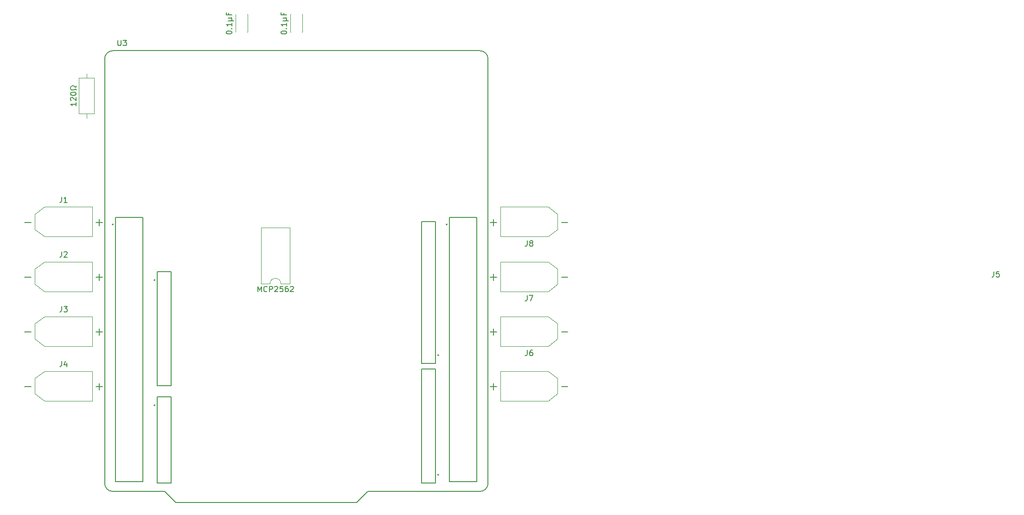
<source format=gbr>
%TF.GenerationSoftware,KiCad,Pcbnew,8.0.6-8.0.6-0~ubuntu22.04.1*%
%TF.CreationDate,2024-12-10T00:27:45+09:00*%
%TF.ProjectId,FastCANDriver,46617374-4341-44e4-9472-697665722e6b,rev?*%
%TF.SameCoordinates,Original*%
%TF.FileFunction,Legend,Top*%
%TF.FilePolarity,Positive*%
%FSLAX46Y46*%
G04 Gerber Fmt 4.6, Leading zero omitted, Abs format (unit mm)*
G04 Created by KiCad (PCBNEW 8.0.6-8.0.6-0~ubuntu22.04.1) date 2024-12-10 00:27:45*
%MOMM*%
%LPD*%
G01*
G04 APERTURE LIST*
%ADD10C,0.150000*%
%ADD11C,0.120000*%
%ADD12C,0.127000*%
%ADD13C,0.200000*%
G04 APERTURE END LIST*
D10*
X147204819Y-55464285D02*
X147204819Y-55369047D01*
X147204819Y-55369047D02*
X147252438Y-55273809D01*
X147252438Y-55273809D02*
X147300057Y-55226190D01*
X147300057Y-55226190D02*
X147395295Y-55178571D01*
X147395295Y-55178571D02*
X147585771Y-55130952D01*
X147585771Y-55130952D02*
X147823866Y-55130952D01*
X147823866Y-55130952D02*
X148014342Y-55178571D01*
X148014342Y-55178571D02*
X148109580Y-55226190D01*
X148109580Y-55226190D02*
X148157200Y-55273809D01*
X148157200Y-55273809D02*
X148204819Y-55369047D01*
X148204819Y-55369047D02*
X148204819Y-55464285D01*
X148204819Y-55464285D02*
X148157200Y-55559523D01*
X148157200Y-55559523D02*
X148109580Y-55607142D01*
X148109580Y-55607142D02*
X148014342Y-55654761D01*
X148014342Y-55654761D02*
X147823866Y-55702380D01*
X147823866Y-55702380D02*
X147585771Y-55702380D01*
X147585771Y-55702380D02*
X147395295Y-55654761D01*
X147395295Y-55654761D02*
X147300057Y-55607142D01*
X147300057Y-55607142D02*
X147252438Y-55559523D01*
X147252438Y-55559523D02*
X147204819Y-55464285D01*
X148109580Y-54702380D02*
X148157200Y-54654761D01*
X148157200Y-54654761D02*
X148204819Y-54702380D01*
X148204819Y-54702380D02*
X148157200Y-54749999D01*
X148157200Y-54749999D02*
X148109580Y-54702380D01*
X148109580Y-54702380D02*
X148204819Y-54702380D01*
X148204819Y-53702381D02*
X148204819Y-54273809D01*
X148204819Y-53988095D02*
X147204819Y-53988095D01*
X147204819Y-53988095D02*
X147347676Y-54083333D01*
X147347676Y-54083333D02*
X147442914Y-54178571D01*
X147442914Y-54178571D02*
X147490533Y-54273809D01*
X147538152Y-53273809D02*
X148538152Y-53273809D01*
X148061961Y-52797619D02*
X148157200Y-52750000D01*
X148157200Y-52750000D02*
X148204819Y-52654762D01*
X148061961Y-53273809D02*
X148157200Y-53226190D01*
X148157200Y-53226190D02*
X148204819Y-53130952D01*
X148204819Y-53130952D02*
X148204819Y-52940476D01*
X148204819Y-52940476D02*
X148157200Y-52845238D01*
X148157200Y-52845238D02*
X148061961Y-52797619D01*
X148061961Y-52797619D02*
X147538152Y-52797619D01*
X147681009Y-51892857D02*
X147681009Y-52226190D01*
X148204819Y-52226190D02*
X147204819Y-52226190D01*
X147204819Y-52226190D02*
X147204819Y-51750000D01*
X107166666Y-115454819D02*
X107166666Y-116169104D01*
X107166666Y-116169104D02*
X107119047Y-116311961D01*
X107119047Y-116311961D02*
X107023809Y-116407200D01*
X107023809Y-116407200D02*
X106880952Y-116454819D01*
X106880952Y-116454819D02*
X106785714Y-116454819D01*
X108071428Y-115788152D02*
X108071428Y-116454819D01*
X107833333Y-115407200D02*
X107595238Y-116121485D01*
X107595238Y-116121485D02*
X108214285Y-116121485D01*
X113428571Y-120114700D02*
X114571429Y-120114700D01*
X114000000Y-120686128D02*
X114000000Y-119543271D01*
X100428571Y-120114700D02*
X101571429Y-120114700D01*
X137204819Y-55464285D02*
X137204819Y-55369047D01*
X137204819Y-55369047D02*
X137252438Y-55273809D01*
X137252438Y-55273809D02*
X137300057Y-55226190D01*
X137300057Y-55226190D02*
X137395295Y-55178571D01*
X137395295Y-55178571D02*
X137585771Y-55130952D01*
X137585771Y-55130952D02*
X137823866Y-55130952D01*
X137823866Y-55130952D02*
X138014342Y-55178571D01*
X138014342Y-55178571D02*
X138109580Y-55226190D01*
X138109580Y-55226190D02*
X138157200Y-55273809D01*
X138157200Y-55273809D02*
X138204819Y-55369047D01*
X138204819Y-55369047D02*
X138204819Y-55464285D01*
X138204819Y-55464285D02*
X138157200Y-55559523D01*
X138157200Y-55559523D02*
X138109580Y-55607142D01*
X138109580Y-55607142D02*
X138014342Y-55654761D01*
X138014342Y-55654761D02*
X137823866Y-55702380D01*
X137823866Y-55702380D02*
X137585771Y-55702380D01*
X137585771Y-55702380D02*
X137395295Y-55654761D01*
X137395295Y-55654761D02*
X137300057Y-55607142D01*
X137300057Y-55607142D02*
X137252438Y-55559523D01*
X137252438Y-55559523D02*
X137204819Y-55464285D01*
X138109580Y-54702380D02*
X138157200Y-54654761D01*
X138157200Y-54654761D02*
X138204819Y-54702380D01*
X138204819Y-54702380D02*
X138157200Y-54749999D01*
X138157200Y-54749999D02*
X138109580Y-54702380D01*
X138109580Y-54702380D02*
X138204819Y-54702380D01*
X138204819Y-53702381D02*
X138204819Y-54273809D01*
X138204819Y-53988095D02*
X137204819Y-53988095D01*
X137204819Y-53988095D02*
X137347676Y-54083333D01*
X137347676Y-54083333D02*
X137442914Y-54178571D01*
X137442914Y-54178571D02*
X137490533Y-54273809D01*
X137538152Y-53273809D02*
X138538152Y-53273809D01*
X138061961Y-52797619D02*
X138157200Y-52750000D01*
X138157200Y-52750000D02*
X138204819Y-52654762D01*
X138061961Y-53273809D02*
X138157200Y-53226190D01*
X138157200Y-53226190D02*
X138204819Y-53130952D01*
X138204819Y-53130952D02*
X138204819Y-52940476D01*
X138204819Y-52940476D02*
X138157200Y-52845238D01*
X138157200Y-52845238D02*
X138061961Y-52797619D01*
X138061961Y-52797619D02*
X137538152Y-52797619D01*
X137681009Y-51892857D02*
X137681009Y-52226190D01*
X138204819Y-52226190D02*
X137204819Y-52226190D01*
X137204819Y-52226190D02*
X137204819Y-51750000D01*
X107166666Y-95454819D02*
X107166666Y-96169104D01*
X107166666Y-96169104D02*
X107119047Y-96311961D01*
X107119047Y-96311961D02*
X107023809Y-96407200D01*
X107023809Y-96407200D02*
X106880952Y-96454819D01*
X106880952Y-96454819D02*
X106785714Y-96454819D01*
X107595238Y-95550057D02*
X107642857Y-95502438D01*
X107642857Y-95502438D02*
X107738095Y-95454819D01*
X107738095Y-95454819D02*
X107976190Y-95454819D01*
X107976190Y-95454819D02*
X108071428Y-95502438D01*
X108071428Y-95502438D02*
X108119047Y-95550057D01*
X108119047Y-95550057D02*
X108166666Y-95645295D01*
X108166666Y-95645295D02*
X108166666Y-95740533D01*
X108166666Y-95740533D02*
X108119047Y-95883390D01*
X108119047Y-95883390D02*
X107547619Y-96454819D01*
X107547619Y-96454819D02*
X108166666Y-96454819D01*
X113428571Y-100114700D02*
X114571429Y-100114700D01*
X114000000Y-100686128D02*
X114000000Y-99543271D01*
X100428571Y-100114700D02*
X101571429Y-100114700D01*
X192166666Y-93454819D02*
X192166666Y-94169104D01*
X192166666Y-94169104D02*
X192119047Y-94311961D01*
X192119047Y-94311961D02*
X192023809Y-94407200D01*
X192023809Y-94407200D02*
X191880952Y-94454819D01*
X191880952Y-94454819D02*
X191785714Y-94454819D01*
X192785714Y-93883390D02*
X192690476Y-93835771D01*
X192690476Y-93835771D02*
X192642857Y-93788152D01*
X192642857Y-93788152D02*
X192595238Y-93692914D01*
X192595238Y-93692914D02*
X192595238Y-93645295D01*
X192595238Y-93645295D02*
X192642857Y-93550057D01*
X192642857Y-93550057D02*
X192690476Y-93502438D01*
X192690476Y-93502438D02*
X192785714Y-93454819D01*
X192785714Y-93454819D02*
X192976190Y-93454819D01*
X192976190Y-93454819D02*
X193071428Y-93502438D01*
X193071428Y-93502438D02*
X193119047Y-93550057D01*
X193119047Y-93550057D02*
X193166666Y-93645295D01*
X193166666Y-93645295D02*
X193166666Y-93692914D01*
X193166666Y-93692914D02*
X193119047Y-93788152D01*
X193119047Y-93788152D02*
X193071428Y-93835771D01*
X193071428Y-93835771D02*
X192976190Y-93883390D01*
X192976190Y-93883390D02*
X192785714Y-93883390D01*
X192785714Y-93883390D02*
X192690476Y-93931009D01*
X192690476Y-93931009D02*
X192642857Y-93978628D01*
X192642857Y-93978628D02*
X192595238Y-94073866D01*
X192595238Y-94073866D02*
X192595238Y-94264342D01*
X192595238Y-94264342D02*
X192642857Y-94359580D01*
X192642857Y-94359580D02*
X192690476Y-94407200D01*
X192690476Y-94407200D02*
X192785714Y-94454819D01*
X192785714Y-94454819D02*
X192976190Y-94454819D01*
X192976190Y-94454819D02*
X193071428Y-94407200D01*
X193071428Y-94407200D02*
X193119047Y-94359580D01*
X193119047Y-94359580D02*
X193166666Y-94264342D01*
X193166666Y-94264342D02*
X193166666Y-94073866D01*
X193166666Y-94073866D02*
X193119047Y-93978628D01*
X193119047Y-93978628D02*
X193071428Y-93931009D01*
X193071428Y-93931009D02*
X192976190Y-93883390D01*
X198428571Y-90114700D02*
X199571429Y-90114700D01*
X185428571Y-90114700D02*
X186571429Y-90114700D01*
X186000000Y-90686128D02*
X186000000Y-89543271D01*
X142951905Y-102784819D02*
X142951905Y-101784819D01*
X142951905Y-101784819D02*
X143285238Y-102499104D01*
X143285238Y-102499104D02*
X143618571Y-101784819D01*
X143618571Y-101784819D02*
X143618571Y-102784819D01*
X144666190Y-102689580D02*
X144618571Y-102737200D01*
X144618571Y-102737200D02*
X144475714Y-102784819D01*
X144475714Y-102784819D02*
X144380476Y-102784819D01*
X144380476Y-102784819D02*
X144237619Y-102737200D01*
X144237619Y-102737200D02*
X144142381Y-102641961D01*
X144142381Y-102641961D02*
X144094762Y-102546723D01*
X144094762Y-102546723D02*
X144047143Y-102356247D01*
X144047143Y-102356247D02*
X144047143Y-102213390D01*
X144047143Y-102213390D02*
X144094762Y-102022914D01*
X144094762Y-102022914D02*
X144142381Y-101927676D01*
X144142381Y-101927676D02*
X144237619Y-101832438D01*
X144237619Y-101832438D02*
X144380476Y-101784819D01*
X144380476Y-101784819D02*
X144475714Y-101784819D01*
X144475714Y-101784819D02*
X144618571Y-101832438D01*
X144618571Y-101832438D02*
X144666190Y-101880057D01*
X145094762Y-102784819D02*
X145094762Y-101784819D01*
X145094762Y-101784819D02*
X145475714Y-101784819D01*
X145475714Y-101784819D02*
X145570952Y-101832438D01*
X145570952Y-101832438D02*
X145618571Y-101880057D01*
X145618571Y-101880057D02*
X145666190Y-101975295D01*
X145666190Y-101975295D02*
X145666190Y-102118152D01*
X145666190Y-102118152D02*
X145618571Y-102213390D01*
X145618571Y-102213390D02*
X145570952Y-102261009D01*
X145570952Y-102261009D02*
X145475714Y-102308628D01*
X145475714Y-102308628D02*
X145094762Y-102308628D01*
X146047143Y-101880057D02*
X146094762Y-101832438D01*
X146094762Y-101832438D02*
X146190000Y-101784819D01*
X146190000Y-101784819D02*
X146428095Y-101784819D01*
X146428095Y-101784819D02*
X146523333Y-101832438D01*
X146523333Y-101832438D02*
X146570952Y-101880057D01*
X146570952Y-101880057D02*
X146618571Y-101975295D01*
X146618571Y-101975295D02*
X146618571Y-102070533D01*
X146618571Y-102070533D02*
X146570952Y-102213390D01*
X146570952Y-102213390D02*
X145999524Y-102784819D01*
X145999524Y-102784819D02*
X146618571Y-102784819D01*
X147523333Y-101784819D02*
X147047143Y-101784819D01*
X147047143Y-101784819D02*
X146999524Y-102261009D01*
X146999524Y-102261009D02*
X147047143Y-102213390D01*
X147047143Y-102213390D02*
X147142381Y-102165771D01*
X147142381Y-102165771D02*
X147380476Y-102165771D01*
X147380476Y-102165771D02*
X147475714Y-102213390D01*
X147475714Y-102213390D02*
X147523333Y-102261009D01*
X147523333Y-102261009D02*
X147570952Y-102356247D01*
X147570952Y-102356247D02*
X147570952Y-102594342D01*
X147570952Y-102594342D02*
X147523333Y-102689580D01*
X147523333Y-102689580D02*
X147475714Y-102737200D01*
X147475714Y-102737200D02*
X147380476Y-102784819D01*
X147380476Y-102784819D02*
X147142381Y-102784819D01*
X147142381Y-102784819D02*
X147047143Y-102737200D01*
X147047143Y-102737200D02*
X146999524Y-102689580D01*
X148428095Y-101784819D02*
X148237619Y-101784819D01*
X148237619Y-101784819D02*
X148142381Y-101832438D01*
X148142381Y-101832438D02*
X148094762Y-101880057D01*
X148094762Y-101880057D02*
X147999524Y-102022914D01*
X147999524Y-102022914D02*
X147951905Y-102213390D01*
X147951905Y-102213390D02*
X147951905Y-102594342D01*
X147951905Y-102594342D02*
X147999524Y-102689580D01*
X147999524Y-102689580D02*
X148047143Y-102737200D01*
X148047143Y-102737200D02*
X148142381Y-102784819D01*
X148142381Y-102784819D02*
X148332857Y-102784819D01*
X148332857Y-102784819D02*
X148428095Y-102737200D01*
X148428095Y-102737200D02*
X148475714Y-102689580D01*
X148475714Y-102689580D02*
X148523333Y-102594342D01*
X148523333Y-102594342D02*
X148523333Y-102356247D01*
X148523333Y-102356247D02*
X148475714Y-102261009D01*
X148475714Y-102261009D02*
X148428095Y-102213390D01*
X148428095Y-102213390D02*
X148332857Y-102165771D01*
X148332857Y-102165771D02*
X148142381Y-102165771D01*
X148142381Y-102165771D02*
X148047143Y-102213390D01*
X148047143Y-102213390D02*
X147999524Y-102261009D01*
X147999524Y-102261009D02*
X147951905Y-102356247D01*
X148904286Y-101880057D02*
X148951905Y-101832438D01*
X148951905Y-101832438D02*
X149047143Y-101784819D01*
X149047143Y-101784819D02*
X149285238Y-101784819D01*
X149285238Y-101784819D02*
X149380476Y-101832438D01*
X149380476Y-101832438D02*
X149428095Y-101880057D01*
X149428095Y-101880057D02*
X149475714Y-101975295D01*
X149475714Y-101975295D02*
X149475714Y-102070533D01*
X149475714Y-102070533D02*
X149428095Y-102213390D01*
X149428095Y-102213390D02*
X148856667Y-102784819D01*
X148856667Y-102784819D02*
X149475714Y-102784819D01*
X109784819Y-68238095D02*
X109784819Y-68809523D01*
X109784819Y-68523809D02*
X108784819Y-68523809D01*
X108784819Y-68523809D02*
X108927676Y-68619047D01*
X108927676Y-68619047D02*
X109022914Y-68714285D01*
X109022914Y-68714285D02*
X109070533Y-68809523D01*
X108880057Y-67857142D02*
X108832438Y-67809523D01*
X108832438Y-67809523D02*
X108784819Y-67714285D01*
X108784819Y-67714285D02*
X108784819Y-67476190D01*
X108784819Y-67476190D02*
X108832438Y-67380952D01*
X108832438Y-67380952D02*
X108880057Y-67333333D01*
X108880057Y-67333333D02*
X108975295Y-67285714D01*
X108975295Y-67285714D02*
X109070533Y-67285714D01*
X109070533Y-67285714D02*
X109213390Y-67333333D01*
X109213390Y-67333333D02*
X109784819Y-67904761D01*
X109784819Y-67904761D02*
X109784819Y-67285714D01*
X108784819Y-66666666D02*
X108784819Y-66571428D01*
X108784819Y-66571428D02*
X108832438Y-66476190D01*
X108832438Y-66476190D02*
X108880057Y-66428571D01*
X108880057Y-66428571D02*
X108975295Y-66380952D01*
X108975295Y-66380952D02*
X109165771Y-66333333D01*
X109165771Y-66333333D02*
X109403866Y-66333333D01*
X109403866Y-66333333D02*
X109594342Y-66380952D01*
X109594342Y-66380952D02*
X109689580Y-66428571D01*
X109689580Y-66428571D02*
X109737200Y-66476190D01*
X109737200Y-66476190D02*
X109784819Y-66571428D01*
X109784819Y-66571428D02*
X109784819Y-66666666D01*
X109784819Y-66666666D02*
X109737200Y-66761904D01*
X109737200Y-66761904D02*
X109689580Y-66809523D01*
X109689580Y-66809523D02*
X109594342Y-66857142D01*
X109594342Y-66857142D02*
X109403866Y-66904761D01*
X109403866Y-66904761D02*
X109165771Y-66904761D01*
X109165771Y-66904761D02*
X108975295Y-66857142D01*
X108975295Y-66857142D02*
X108880057Y-66809523D01*
X108880057Y-66809523D02*
X108832438Y-66761904D01*
X108832438Y-66761904D02*
X108784819Y-66666666D01*
X109784819Y-65952380D02*
X109784819Y-65714285D01*
X109784819Y-65714285D02*
X109594342Y-65714285D01*
X109594342Y-65714285D02*
X109546723Y-65809523D01*
X109546723Y-65809523D02*
X109451485Y-65904761D01*
X109451485Y-65904761D02*
X109308628Y-65952380D01*
X109308628Y-65952380D02*
X109070533Y-65952380D01*
X109070533Y-65952380D02*
X108927676Y-65904761D01*
X108927676Y-65904761D02*
X108832438Y-65809523D01*
X108832438Y-65809523D02*
X108784819Y-65666666D01*
X108784819Y-65666666D02*
X108784819Y-65476190D01*
X108784819Y-65476190D02*
X108832438Y-65333333D01*
X108832438Y-65333333D02*
X108927676Y-65238095D01*
X108927676Y-65238095D02*
X109070533Y-65190476D01*
X109070533Y-65190476D02*
X109308628Y-65190476D01*
X109308628Y-65190476D02*
X109451485Y-65238095D01*
X109451485Y-65238095D02*
X109546723Y-65333333D01*
X109546723Y-65333333D02*
X109594342Y-65428571D01*
X109594342Y-65428571D02*
X109784819Y-65428571D01*
X109784819Y-65428571D02*
X109784819Y-65190476D01*
X107166666Y-85454819D02*
X107166666Y-86169104D01*
X107166666Y-86169104D02*
X107119047Y-86311961D01*
X107119047Y-86311961D02*
X107023809Y-86407200D01*
X107023809Y-86407200D02*
X106880952Y-86454819D01*
X106880952Y-86454819D02*
X106785714Y-86454819D01*
X108166666Y-86454819D02*
X107595238Y-86454819D01*
X107880952Y-86454819D02*
X107880952Y-85454819D01*
X107880952Y-85454819D02*
X107785714Y-85597676D01*
X107785714Y-85597676D02*
X107690476Y-85692914D01*
X107690476Y-85692914D02*
X107595238Y-85740533D01*
X113428571Y-90114700D02*
X114571429Y-90114700D01*
X114000000Y-90686128D02*
X114000000Y-89543271D01*
X100428571Y-90114700D02*
X101571429Y-90114700D01*
X192166666Y-103454819D02*
X192166666Y-104169104D01*
X192166666Y-104169104D02*
X192119047Y-104311961D01*
X192119047Y-104311961D02*
X192023809Y-104407200D01*
X192023809Y-104407200D02*
X191880952Y-104454819D01*
X191880952Y-104454819D02*
X191785714Y-104454819D01*
X192547619Y-103454819D02*
X193214285Y-103454819D01*
X193214285Y-103454819D02*
X192785714Y-104454819D01*
X185428571Y-100114700D02*
X186571429Y-100114700D01*
X186000000Y-100686128D02*
X186000000Y-99543271D01*
X198428571Y-100114700D02*
X199571429Y-100114700D01*
X117413095Y-56819819D02*
X117413095Y-57629342D01*
X117413095Y-57629342D02*
X117460714Y-57724580D01*
X117460714Y-57724580D02*
X117508333Y-57772200D01*
X117508333Y-57772200D02*
X117603571Y-57819819D01*
X117603571Y-57819819D02*
X117794047Y-57819819D01*
X117794047Y-57819819D02*
X117889285Y-57772200D01*
X117889285Y-57772200D02*
X117936904Y-57724580D01*
X117936904Y-57724580D02*
X117984523Y-57629342D01*
X117984523Y-57629342D02*
X117984523Y-56819819D01*
X118365476Y-56819819D02*
X118984523Y-56819819D01*
X118984523Y-56819819D02*
X118651190Y-57200771D01*
X118651190Y-57200771D02*
X118794047Y-57200771D01*
X118794047Y-57200771D02*
X118889285Y-57248390D01*
X118889285Y-57248390D02*
X118936904Y-57296009D01*
X118936904Y-57296009D02*
X118984523Y-57391247D01*
X118984523Y-57391247D02*
X118984523Y-57629342D01*
X118984523Y-57629342D02*
X118936904Y-57724580D01*
X118936904Y-57724580D02*
X118889285Y-57772200D01*
X118889285Y-57772200D02*
X118794047Y-57819819D01*
X118794047Y-57819819D02*
X118508333Y-57819819D01*
X118508333Y-57819819D02*
X118413095Y-57772200D01*
X118413095Y-57772200D02*
X118365476Y-57724580D01*
X277346666Y-99084819D02*
X277346666Y-99799104D01*
X277346666Y-99799104D02*
X277299047Y-99941961D01*
X277299047Y-99941961D02*
X277203809Y-100037200D01*
X277203809Y-100037200D02*
X277060952Y-100084819D01*
X277060952Y-100084819D02*
X276965714Y-100084819D01*
X278299047Y-99084819D02*
X277822857Y-99084819D01*
X277822857Y-99084819D02*
X277775238Y-99561009D01*
X277775238Y-99561009D02*
X277822857Y-99513390D01*
X277822857Y-99513390D02*
X277918095Y-99465771D01*
X277918095Y-99465771D02*
X278156190Y-99465771D01*
X278156190Y-99465771D02*
X278251428Y-99513390D01*
X278251428Y-99513390D02*
X278299047Y-99561009D01*
X278299047Y-99561009D02*
X278346666Y-99656247D01*
X278346666Y-99656247D02*
X278346666Y-99894342D01*
X278346666Y-99894342D02*
X278299047Y-99989580D01*
X278299047Y-99989580D02*
X278251428Y-100037200D01*
X278251428Y-100037200D02*
X278156190Y-100084819D01*
X278156190Y-100084819D02*
X277918095Y-100084819D01*
X277918095Y-100084819D02*
X277822857Y-100037200D01*
X277822857Y-100037200D02*
X277775238Y-99989580D01*
X198428571Y-120114700D02*
X199571429Y-120114700D01*
X185428571Y-120114700D02*
X186571429Y-120114700D01*
X186000000Y-120686128D02*
X186000000Y-119543271D01*
X192166666Y-113454819D02*
X192166666Y-114169104D01*
X192166666Y-114169104D02*
X192119047Y-114311961D01*
X192119047Y-114311961D02*
X192023809Y-114407200D01*
X192023809Y-114407200D02*
X191880952Y-114454819D01*
X191880952Y-114454819D02*
X191785714Y-114454819D01*
X193071428Y-113454819D02*
X192880952Y-113454819D01*
X192880952Y-113454819D02*
X192785714Y-113502438D01*
X192785714Y-113502438D02*
X192738095Y-113550057D01*
X192738095Y-113550057D02*
X192642857Y-113692914D01*
X192642857Y-113692914D02*
X192595238Y-113883390D01*
X192595238Y-113883390D02*
X192595238Y-114264342D01*
X192595238Y-114264342D02*
X192642857Y-114359580D01*
X192642857Y-114359580D02*
X192690476Y-114407200D01*
X192690476Y-114407200D02*
X192785714Y-114454819D01*
X192785714Y-114454819D02*
X192976190Y-114454819D01*
X192976190Y-114454819D02*
X193071428Y-114407200D01*
X193071428Y-114407200D02*
X193119047Y-114359580D01*
X193119047Y-114359580D02*
X193166666Y-114264342D01*
X193166666Y-114264342D02*
X193166666Y-114026247D01*
X193166666Y-114026247D02*
X193119047Y-113931009D01*
X193119047Y-113931009D02*
X193071428Y-113883390D01*
X193071428Y-113883390D02*
X192976190Y-113835771D01*
X192976190Y-113835771D02*
X192785714Y-113835771D01*
X192785714Y-113835771D02*
X192690476Y-113883390D01*
X192690476Y-113883390D02*
X192642857Y-113931009D01*
X192642857Y-113931009D02*
X192595238Y-114026247D01*
X198428571Y-110114700D02*
X199571429Y-110114700D01*
X185428571Y-110114700D02*
X186571429Y-110114700D01*
X186000000Y-110686128D02*
X186000000Y-109543271D01*
X107166666Y-105454819D02*
X107166666Y-106169104D01*
X107166666Y-106169104D02*
X107119047Y-106311961D01*
X107119047Y-106311961D02*
X107023809Y-106407200D01*
X107023809Y-106407200D02*
X106880952Y-106454819D01*
X106880952Y-106454819D02*
X106785714Y-106454819D01*
X107547619Y-105454819D02*
X108166666Y-105454819D01*
X108166666Y-105454819D02*
X107833333Y-105835771D01*
X107833333Y-105835771D02*
X107976190Y-105835771D01*
X107976190Y-105835771D02*
X108071428Y-105883390D01*
X108071428Y-105883390D02*
X108119047Y-105931009D01*
X108119047Y-105931009D02*
X108166666Y-106026247D01*
X108166666Y-106026247D02*
X108166666Y-106264342D01*
X108166666Y-106264342D02*
X108119047Y-106359580D01*
X108119047Y-106359580D02*
X108071428Y-106407200D01*
X108071428Y-106407200D02*
X107976190Y-106454819D01*
X107976190Y-106454819D02*
X107690476Y-106454819D01*
X107690476Y-106454819D02*
X107595238Y-106407200D01*
X107595238Y-106407200D02*
X107547619Y-106359580D01*
X113428571Y-110114700D02*
X114571429Y-110114700D01*
X114000000Y-110686128D02*
X114000000Y-109543271D01*
X100428571Y-110114700D02*
X101571429Y-110114700D01*
D11*
%TO.C,0.1\u03BCF*%
X148880000Y-52130000D02*
X148945000Y-52130000D01*
X148880000Y-55370000D02*
X148880000Y-52130000D01*
X148880000Y-55370000D02*
X148945000Y-55370000D01*
X151055000Y-52130000D02*
X151120000Y-52130000D01*
X151055000Y-55370000D02*
X151120000Y-55370000D01*
X151120000Y-55370000D02*
X151120000Y-52130000D01*
%TO.C,J4*%
X102290000Y-118590000D02*
X102290000Y-121410000D01*
X102290000Y-118590000D02*
X103990000Y-117290000D01*
X102290000Y-121410000D02*
X103990000Y-122710000D01*
X103990000Y-117290000D02*
X112710000Y-117290000D01*
X103990000Y-122710000D02*
X112710000Y-122710000D01*
X112710000Y-117290000D02*
X112710000Y-122710000D01*
%TO.C,0.1\u03BCF*%
X138880000Y-52130000D02*
X138945000Y-52130000D01*
X138880000Y-55370000D02*
X138880000Y-52130000D01*
X138880000Y-55370000D02*
X138945000Y-55370000D01*
X141055000Y-52130000D02*
X141120000Y-52130000D01*
X141055000Y-55370000D02*
X141120000Y-55370000D01*
X141120000Y-55370000D02*
X141120000Y-52130000D01*
%TO.C,J2*%
X102290000Y-98590000D02*
X102290000Y-101410000D01*
X102290000Y-98590000D02*
X103990000Y-97290000D01*
X102290000Y-101410000D02*
X103990000Y-102710000D01*
X103990000Y-97290000D02*
X112710000Y-97290000D01*
X103990000Y-102710000D02*
X112710000Y-102710000D01*
X112710000Y-97290000D02*
X112710000Y-102710000D01*
%TO.C,J8*%
X187290000Y-92710000D02*
X187290000Y-87290000D01*
X196010000Y-87290000D02*
X187290000Y-87290000D01*
X196010000Y-92710000D02*
X187290000Y-92710000D01*
X197710000Y-88590000D02*
X196010000Y-87290000D01*
X197710000Y-91410000D02*
X196010000Y-92710000D01*
X197710000Y-91410000D02*
X197710000Y-88590000D01*
%TO.C,MCP2562*%
X143540000Y-91050000D02*
X143540000Y-101330000D01*
X143540000Y-101330000D02*
X145190000Y-101330000D01*
X147190000Y-101330000D02*
X148840000Y-101330000D01*
X148840000Y-91050000D02*
X143540000Y-91050000D01*
X148840000Y-101330000D02*
X148840000Y-91050000D01*
X145190000Y-101330000D02*
G75*
G02*
X147190000Y-101330000I1000000J0D01*
G01*
%TO.C,120\u03A9*%
X110330000Y-63730000D02*
X110330000Y-70270000D01*
X110330000Y-70270000D02*
X113070000Y-70270000D01*
X111700000Y-62960000D02*
X111700000Y-63730000D01*
X111700000Y-71040000D02*
X111700000Y-70270000D01*
X113070000Y-63730000D02*
X110330000Y-63730000D01*
X113070000Y-70270000D02*
X113070000Y-63730000D01*
%TO.C,J1*%
X102290000Y-88590000D02*
X102290000Y-91410000D01*
X102290000Y-88590000D02*
X103990000Y-87290000D01*
X102290000Y-91410000D02*
X103990000Y-92710000D01*
X103990000Y-87290000D02*
X112710000Y-87290000D01*
X103990000Y-92710000D02*
X112710000Y-92710000D01*
X112710000Y-87290000D02*
X112710000Y-92710000D01*
%TO.C,J7*%
X187290000Y-102710000D02*
X187290000Y-97290000D01*
X196010000Y-97290000D02*
X187290000Y-97290000D01*
X196010000Y-102710000D02*
X187290000Y-102710000D01*
X197710000Y-98590000D02*
X196010000Y-97290000D01*
X197710000Y-101410000D02*
X196010000Y-102710000D01*
X197710000Y-101410000D02*
X197710000Y-98590000D01*
D12*
%TO.C,U3*%
X115000000Y-137750000D02*
X115000000Y-60250000D01*
X116500000Y-58750000D02*
X183500000Y-58750000D01*
X117020000Y-89220000D02*
X117020000Y-137480000D01*
X117020000Y-137480000D02*
X122020000Y-137480000D01*
X122020000Y-89220000D02*
X117020000Y-89220000D01*
X122020000Y-137480000D02*
X122020000Y-89220000D01*
X124620000Y-99130000D02*
X124620000Y-119950000D01*
X124620000Y-119950000D02*
X127120000Y-119950000D01*
X124620000Y-121990000D02*
X124620000Y-137730000D01*
X124620000Y-137730000D02*
X127120000Y-137730000D01*
X126000000Y-139250000D02*
X116500000Y-139250000D01*
X127120000Y-99130000D02*
X124620000Y-99130000D01*
X127120000Y-119950000D02*
X127120000Y-99130000D01*
X127120000Y-121990000D02*
X124620000Y-121990000D01*
X127120000Y-137730000D02*
X127120000Y-121990000D01*
X128000000Y-141250000D02*
X126000000Y-139250000D01*
X161000000Y-141250000D02*
X128000000Y-141250000D01*
X163000000Y-139250000D02*
X161000000Y-141250000D01*
X172880000Y-89990000D02*
X172880000Y-115890000D01*
X172880000Y-115890000D02*
X175380000Y-115890000D01*
X172880000Y-116910000D02*
X172880000Y-137730000D01*
X172880000Y-137730000D02*
X175380000Y-137730000D01*
X175380000Y-89990000D02*
X172880000Y-89990000D01*
X175380000Y-115890000D02*
X175380000Y-89990000D01*
X175380000Y-116910000D02*
X172880000Y-116910000D01*
X175380000Y-137730000D02*
X175380000Y-116910000D01*
X177980000Y-89220000D02*
X177980000Y-137480000D01*
X177980000Y-137480000D02*
X182980000Y-137480000D01*
X182980000Y-89220000D02*
X177980000Y-89220000D01*
X182980000Y-137480000D02*
X182980000Y-89220000D01*
X183500000Y-139250000D02*
X163000000Y-139250000D01*
X185000000Y-60250000D02*
X185000000Y-137750000D01*
X115000000Y-60250000D02*
G75*
G02*
X116500000Y-58750000I1500001J-1D01*
G01*
X116500000Y-139250000D02*
G75*
G02*
X115000000Y-137750000I1J1500001D01*
G01*
X183500000Y-58750000D02*
G75*
G02*
X185000000Y-60250000I0J-1500000D01*
G01*
X185000000Y-137750000D02*
G75*
G02*
X183500000Y-139250000I-1500000J0D01*
G01*
D13*
X116600000Y-90490000D02*
G75*
G02*
X116400000Y-90490000I-100000J0D01*
G01*
X116400000Y-90490000D02*
G75*
G02*
X116600000Y-90490000I100000J0D01*
G01*
X124220000Y-100650000D02*
G75*
G02*
X124020000Y-100650000I-100000J0D01*
G01*
X124020000Y-100650000D02*
G75*
G02*
X124220000Y-100650000I100000J0D01*
G01*
X124220000Y-123510000D02*
G75*
G02*
X124020000Y-123510000I-100000J0D01*
G01*
X124020000Y-123510000D02*
G75*
G02*
X124220000Y-123510000I100000J0D01*
G01*
X175980000Y-114370000D02*
G75*
G02*
X175780000Y-114370000I-100000J0D01*
G01*
X175780000Y-114370000D02*
G75*
G02*
X175980000Y-114370000I100000J0D01*
G01*
X175980000Y-136210000D02*
G75*
G02*
X175780000Y-136210000I-100000J0D01*
G01*
X175780000Y-136210000D02*
G75*
G02*
X175980000Y-136210000I100000J0D01*
G01*
X177560000Y-90490000D02*
G75*
G02*
X177360000Y-90490000I-100000J0D01*
G01*
X177360000Y-90490000D02*
G75*
G02*
X177560000Y-90490000I100000J0D01*
G01*
D11*
%TO.C,J5*%
X187290000Y-122710000D02*
X187290000Y-117290000D01*
X196010000Y-117290000D02*
X187290000Y-117290000D01*
X196010000Y-122710000D02*
X187290000Y-122710000D01*
X197710000Y-118590000D02*
X196010000Y-117290000D01*
X197710000Y-121410000D02*
X196010000Y-122710000D01*
X197710000Y-121410000D02*
X197710000Y-118590000D01*
%TO.C,J6*%
X187290000Y-112710000D02*
X187290000Y-107290000D01*
X196010000Y-107290000D02*
X187290000Y-107290000D01*
X196010000Y-112710000D02*
X187290000Y-112710000D01*
X197710000Y-108590000D02*
X196010000Y-107290000D01*
X197710000Y-111410000D02*
X196010000Y-112710000D01*
X197710000Y-111410000D02*
X197710000Y-108590000D01*
%TO.C,J3*%
X102290000Y-108590000D02*
X102290000Y-111410000D01*
X102290000Y-108590000D02*
X103990000Y-107290000D01*
X102290000Y-111410000D02*
X103990000Y-112710000D01*
X103990000Y-107290000D02*
X112710000Y-107290000D01*
X103990000Y-112710000D02*
X112710000Y-112710000D01*
X112710000Y-107290000D02*
X112710000Y-112710000D01*
%TD*%
M02*

</source>
